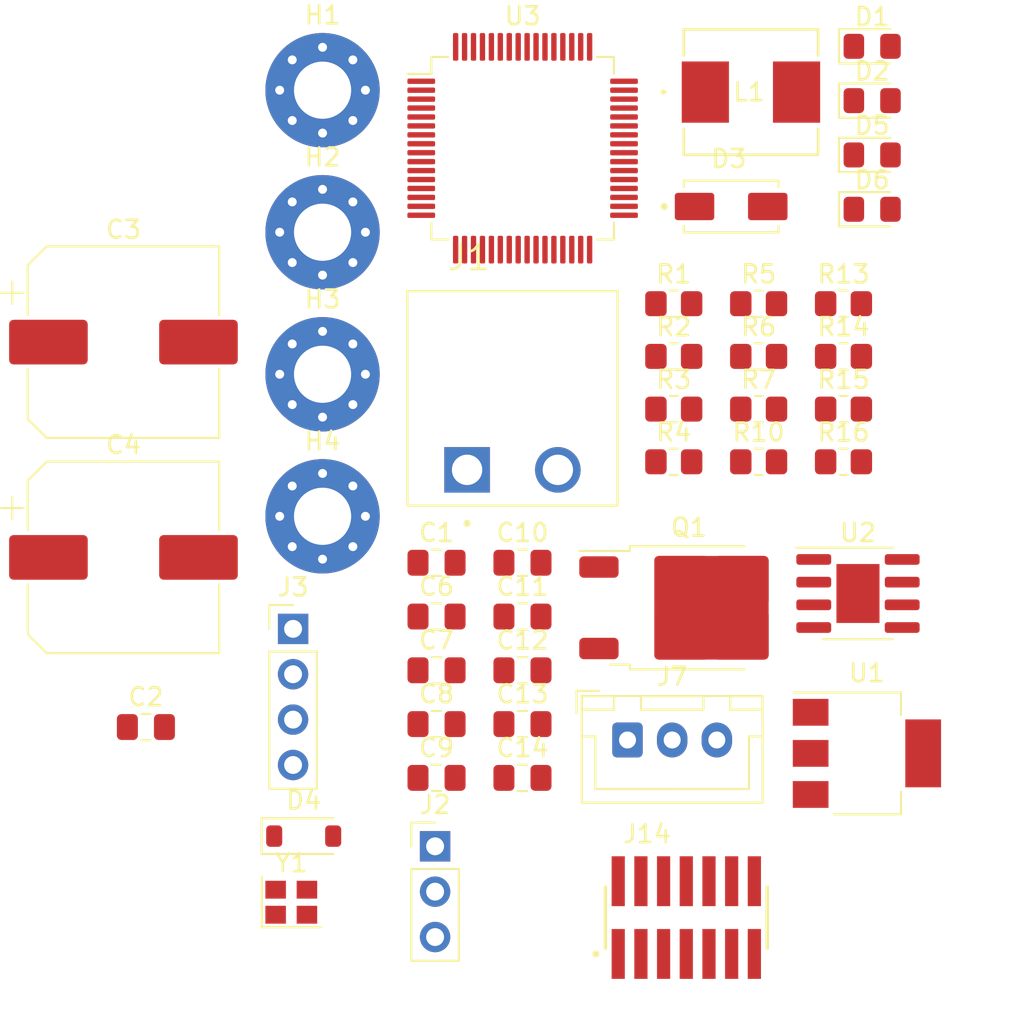
<source format=kicad_pcb>
(kicad_pcb (version 20221018) (generator pcbnew)
  (layers (0 "F.Cu" signal) (31 "B.Cu" signal) (34 "B.Paste" user) (35 "F.Paste" user) (36 "B.SilkS" user "B.Silkscreen") (37 "F.SilkS" user "F.Silkscreen") (38 "B.Mask" user) (39 "F.Mask" user) (44 "Edge.Cuts" user))
  (net 0 "")
  (net 1 "Net-(U2-BOOT)")
  (net 2 "Net-(D3-A)")
  (net 3 "+BATT")
  (net 4 "GND")
  (net 5 "+5V")
  (net 6 "+3.3V")
  (net 7 "Net-(C13-Pad2)")
  (net 8 "Net-(C14-Pad1)")
  (net 9 "Net-(D1-K)")
  (net 10 "Net-(D2-K)")
  (net 11 "Net-(D4-K)")
  (net 12 "Net-(D5-K)")
  (net 13 "Net-(D5-A)")
  (net 14 "Net-(D6-K)")
  (net 15 "Net-(D6-A)")
  (net 16 "/InputVoltage")
  (net 17 "Tx")
  (net 18 "Rx")
  (net 19 "SWCLK")
  (net 20 "SWDIO")
  (net 21 "RST")
  (net 22 "/I2C_CLK")
  (net 23 "/I2C_SDA")
  (net 26 "Net-(U2-FB)")
  (net 27 "Net-(U1-ADJ)")
  (net 28 "Net-(U3-BOOT0)")
  (net 29 "Net-(U3-PH0)")
  (net 30 "Net-(U3-PH1)")
  (net 72 "Net-(U3-VCAP1)")
  (footprint "Capacitor_SMD:C_0805_2012Metric_Pad1.18x1.45mm_HandSolder" (layer "F.Cu") (at 91.16 61.925)
    (fp_text reference "C10" (at 0 -1.68) (layer "F.SilkS"))
    (fp_text value "4.7uF")
    (fp_line (start -0.261252 -0.735) (end 0.261252 -0.735) (stroke (width 0.12)) (layer "F.SilkS"))
    (fp_line (start -0.261252 0.735) (end 0.261252 0.735) (stroke (width 0.12)) (layer "F.SilkS"))
    (pad "1" smd roundrect (at -1.0375 0) (size 1.175 1.45) (layers "F.Cu" "F.Paste" "F.Mask") (roundrect_rratio 0.212766) (net 72 "Net-(U3-VCAP1)"))
    (pad "2" smd roundrect (at 1.0375 0) (size 1.175 1.45) (layers "F.Cu" "F.Paste" "F.Mask") (roundrect_rratio 0.212766) (net 4 "GND"))
  )
  (footprint "MountingHole:MountingHole_3.2mm_M3_Pad_Via" (layer "F.Cu") (at 79.97 35.475)
    (fp_text reference "H1" (at 0 -4.2) (layer "F.SilkS"))
    (fp_text value "MountingHole_Pad")
    (pad "1" thru_hole circle (at -2.4 0) (size 0.8 0.8) (drill 0.5) (layers "*.Cu" "*.Mask") (net 4 "GND"))
    (pad "1" thru_hole circle (at -1.697056 -1.697056) (size 0.8 0.8) (drill 0.5) (layers "*.Cu" "*.Mask") (net 4 "GND"))
    (pad "1" thru_hole circle (at -1.697056 1.697056) (size 0.8 0.8) (drill 0.5) (layers "*.Cu" "*.Mask") (net 4 "GND"))
    (pad "1" thru_hole circle (at 0 -2.4) (size 0.8 0.8) (drill 0.5) (layers "*.Cu" "*.Mask") (net 4 "GND"))
    (pad "1" thru_hole circle (at 0 0) (size 6.4 6.4) (drill 3.2) (layers "*.Cu" "*.Mask") (net 4 "GND"))
    (pad "1" thru_hole circle (at 0 2.4) (size 0.8 0.8) (drill 0.5) (layers "*.Cu" "*.Mask") (net 4 "GND"))
    (pad "1" thru_hole circle (at 1.697056 -1.697056) (size 0.8 0.8) (drill 0.5) (layers "*.Cu" "*.Mask") (net 4 "GND"))
    (pad "1" thru_hole circle (at 1.697056 1.697056) (size 0.8 0.8) (drill 0.5) (layers "*.Cu" "*.Mask") (net 4 "GND"))
    (pad "1" thru_hole circle (at 2.4 0) (size 0.8 0.8) (drill 0.5) (layers "*.Cu" "*.Mask") (net 4 "GND"))
  )
  (footprint "Capacitor_SMD:C_0805_2012Metric_Pad1.18x1.45mm_HandSolder" (layer "F.Cu") (at 86.35 73.965)
    (fp_text reference "C9" (at 0 -1.68) (layer "F.SilkS"))
    (fp_text value "100nF")
    (fp_line (start -0.261252 -0.735) (end 0.261252 -0.735) (stroke (width 0.12)) (layer "F.SilkS"))
    (fp_line (start -0.261252 0.735) (end 0.261252 0.735) (stroke (width 0.12)) (layer "F.SilkS"))
    (pad "1" smd roundrect (at -1.0375 0) (size 1.175 1.45) (layers "F.Cu" "F.Paste" "F.Mask") (roundrect_rratio 0.212766) (net 6 "+3.3V"))
    (pad "2" smd roundrect (at 1.0375 0) (size 1.175 1.45) (layers "F.Cu" "F.Paste" "F.Mask") (roundrect_rratio 0.212766) (net 4 "GND"))
  )
  (footprint "Capacitor_SMD:C_0805_2012Metric_Pad1.18x1.45mm_HandSolder" (layer "F.Cu") (at 86.35 61.925)
    (fp_text reference "C1" (at 0 -1.68) (layer "F.SilkS"))
    (fp_text value "100nF")
    (fp_line (start -0.261252 -0.735) (end 0.261252 -0.735) (stroke (width 0.12)) (layer "F.SilkS"))
    (fp_line (start -0.261252 0.735) (end 0.261252 0.735) (stroke (width 0.12)) (layer "F.SilkS"))
    (pad "1" smd roundrect (at -1.0375 0) (size 1.175 1.45) (layers "F.Cu" "F.Paste" "F.Mask") (roundrect_rratio 0.212766) (net 1 "Net-(U2-BOOT)"))
    (pad "2" smd roundrect (at 1.0375 0) (size 1.175 1.45) (layers "F.Cu" "F.Paste" "F.Mask") (roundrect_rratio 0.212766) (net 2 "Net-(D3-A)"))
  )
  (footprint "MountingHole:MountingHole_3.2mm_M3_Pad_Via" (layer "F.Cu") (at 79.97 43.425)
    (fp_text reference "H2" (at 0 -4.2) (layer "F.SilkS"))
    (fp_text value "MountingHole_Pad")
    (pad "1" thru_hole circle (at -2.4 0) (size 0.8 0.8) (drill 0.5) (layers "*.Cu" "*.Mask") (net 4 "GND"))
    (pad "1" thru_hole circle (at -1.697056 -1.697056) (size 0.8 0.8) (drill 0.5) (layers "*.Cu" "*.Mask") (net 4 "GND"))
    (pad "1" thru_hole circle (at -1.697056 1.697056) (size 0.8 0.8) (drill 0.5) (layers "*.Cu" "*.Mask") (net 4 "GND"))
    (pad "1" thru_hole circle (at 0 -2.4) (size 0.8 0.8) (drill 0.5) (layers "*.Cu" "*.Mask") (net 4 "GND"))
    (pad "1" thru_hole circle (at 0 0) (size 6.4 6.4) (drill 3.2) (layers "*.Cu" "*.Mask") (net 4 "GND"))
    (pad "1" thru_hole circle (at 0 2.4) (size 0.8 0.8) (drill 0.5) (layers "*.Cu" "*.Mask") (net 4 "GND"))
    (pad "1" thru_hole circle (at 1.697056 -1.697056) (size 0.8 0.8) (drill 0.5) (layers "*.Cu" "*.Mask") (net 4 "GND"))
    (pad "1" thru_hole circle (at 1.697056 1.697056) (size 0.8 0.8) (drill 0.5) (layers "*.Cu" "*.Mask") (net 4 "GND"))
    (pad "1" thru_hole circle (at 2.4 0) (size 0.8 0.8) (drill 0.5) (layers "*.Cu" "*.Mask") (net 4 "GND"))
  )
  (footprint "Resistor_SMD:R_0805_2012Metric_Pad1.20x1.40mm_HandSolder" (layer "F.Cu") (at 104.38 47.425)
    (fp_text reference "R5" (at 0 -1.65) (layer "F.SilkS"))
    (fp_text value "220")
    (fp_line (start -0.227064 -0.735) (end 0.227064 -0.735) (stroke (width 0.12)) (layer "F.SilkS"))
    (fp_line (start -0.227064 0.735) (end 0.227064 0.735) (stroke (width 0.12)) (layer "F.SilkS"))
    (pad "1" smd roundrect (at -1 0) (size 1.2 1.4) (layers "F.Cu" "F.Paste" "F.Mask") (roundrect_rratio 0.208333) (net 9 "Net-(D1-K)"))
    (pad "2" smd roundrect (at 1 0) (size 1.2 1.4) (layers "F.Cu" "F.Paste" "F.Mask") (roundrect_rratio 0.208333) (net 4 "GND"))
  )
  (footprint "Connector_PinHeader_2.54mm:PinHeader_1x04_P2.54mm_Vertical" (layer "F.Cu") (at 78.32 65.625)
    (fp_text reference "J3" (at 0 -2.33) (layer "F.SilkS"))
    (fp_text value "Conn_01x04")
    (fp_line (start -1.33 -1.33) (end 0 -1.33) (stroke (width 0.12)) (layer "F.SilkS"))
    (fp_line (start -1.33 0) (end -1.33 -1.33) (stroke (width 0.12)) (layer "F.SilkS"))
    (fp_line (start -1.33 1.27) (end -1.33 8.95) (stroke (width 0.12)) (layer "F.SilkS"))
    (fp_line (start -1.33 1.27) (end 1.33 1.27) (stroke (width 0.12)) (layer "F.SilkS"))
    (fp_line (start -1.33 8.95) (end 1.33 8.95) (stroke (width 0.12)) (layer "F.SilkS"))
    (fp_line (start 1.33 1.27) (end 1.33 8.95) (stroke (width 0.12)) (layer "F.SilkS"))
    (pad "1" thru_hole rect (at 0 0) (size 1.7 1.7) (drill 1) (layers "*.Cu" "*.Mask") (net 19 "SWCLK"))
    (pad "2" thru_hole oval (at 0 2.54) (size 1.7 1.7) (drill 1) (layers "*.Cu" "*.Mask") (net 4 "GND"))
    (pad "3" thru_hole oval (at 0 5.08) (size 1.7 1.7) (drill 1) (layers "*.Cu" "*.Mask") (net 20 "SWDIO"))
    (pad "4" thru_hole oval (at 0 7.62) (size 1.7 1.7) (drill 1) (layers "*.Cu" "*.Mask") (net 21 "RST"))
  )
  (footprint "Resistor_SMD:R_0805_2012Metric_Pad1.20x1.40mm_HandSolder" (layer "F.Cu") (at 99.63 50.375)
    (fp_text reference "R2" (at 0 -1.65) (layer "F.SilkS"))
    (fp_text value "56k")
    (fp_line (start -0.227064 -0.735) (end 0.227064 -0.735) (stroke (width 0.12)) (layer "F.SilkS"))
    (fp_line (start -0.227064 0.735) (end 0.227064 0.735) (stroke (width 0.12)) (layer "F.SilkS"))
    (pad "1" smd roundrect (at -1 0) (size 1.2 1.4) (layers "F.Cu" "F.Paste" "F.Mask") (roundrect_rratio 0.208333) (net 5 "+5V"))
    (pad "2" smd roundrect (at 1 0) (size 1.2 1.4) (layers "F.Cu" "F.Paste" "F.Mask") (roundrect_rratio 0.208333) (net 26 "Net-(U2-FB)"))
  )
  (footprint "Crystal:Crystal_SMD_2520-4Pin_2.5x2.0mm" (layer "F.Cu") (at 78.22 80.925)
    (fp_text reference "Y1" (at 0 -2.2) (layer "F.SilkS"))
    (fp_text value "Crystal_GND24")
    (fp_line (start -1.65 -1.4) (end -1.65 1.4) (stroke (width 0.12)) (layer "F.SilkS"))
    (fp_line (start -1.65 1.4) (end 1.65 1.4) (stroke (width 0.12)) (layer "F.SilkS"))
    (pad "1" smd rect (at -0.875 0.7) (size 1.15 1) (layers "F.Cu" "F.Paste" "F.Mask") (net 8 "Net-(C14-Pad1)"))
    (pad "2" smd rect (at 0.875 0.7) (size 1.15 1) (layers "F.Cu" "F.Paste" "F.Mask") (net 4 "GND"))
    (pad "3" smd rect (at 0.875 -0.7) (size 1.15 1) (layers "F.Cu" "F.Paste" "F.Mask") (net 7 "Net-(C13-Pad2)"))
    (pad "4" smd rect (at -0.875 -0.7) (size 1.15 1) (layers "F.Cu" "F.Paste" "F.Mask") (net 4 "GND"))
  )
  (footprint "Package_SO:SOIC-8-1EP_3.9x4.9mm_P1.27mm_EP2.41x3.3mm" (layer "F.Cu") (at 109.94 63.645)
    (fp_text reference "U2" (at 0 -3.4) (layer "F.SilkS"))
    (fp_text value "LMR16020PDDA")
    (fp_line (start 0 -2.56) (end -3.45 -2.56) (stroke (width 0.12)) (layer "F.SilkS"))
    (fp_line (start 0 -2.56) (end 1.95 -2.56) (stroke (width 0.12)) (layer "F.SilkS"))
    (fp_line (start 0 2.56) (end -1.95 2.56) (stroke (width 0.12)) (layer "F.SilkS"))
    (fp_line (start 0 2.56) (end 1.95 2.56) (stroke (width 0.12)) (layer "F.SilkS"))
    (pad "1" smd roundrect (at -2.475 -1.905) (size 1.95 0.6) (layers "F.Cu" "F.Paste" "F.Mask") (net 1 "Net-(U2-BOOT)"))
    (pad "2" smd roundrect (at -2.475 -0.635) (size 1.95 0.6) (layers "F.Cu" "F.Paste" "F.Mask") (net 3 "+BATT"))
    (pad "3" smd roundrect (at -2.475 0.635) (size 1.95 0.6) (layers "F.Cu" "F.Paste" "F.Mask") (net 3 "+BATT"))
    (pad "4" smd roundrect (at -2.475 1.905) (size 1.95 0.6) (layers "F.Cu" "F.Paste" "F.Mask") (net 4 "GND"))
    (pad "5" smd roundrect (at 2.475 1.905) (size 1.95 0.6) (layers "F.Cu" "F.Paste" "F.Mask") (net 26 "Net-(U2-FB)"))
    (pad "6" smd roundrect (at 2.475 0.635) (size 1.95 0.6) (layers "F.Cu" "F.Paste" "F.Mask"))
    (pad "7" smd roundrect (at 2.475 -0.635) (size 1.95 0.6) (layers "F.Cu" "F.Paste" "F.Mask") (net 4 "GND"))
    (pad "8" smd roundrect (at 2.475 -1.905) (size 1.95 0.6) (layers "F.Cu" "F.Paste" "F.Mask") (net 2 "Net-(D3-A)"))
    (pad "9" smd rect (at 0 0) (size 2.41 3.3) (layers "F.Cu" "F.Mask") (net 4 "GND"))
  )
  (footprint "Package_TO_SOT_SMD:SOT-223-3_TabPin2" (layer "F.Cu") (at 110.44 72.595)
    (fp_text reference "U1" (at 0 -4.5) (layer "F.SilkS"))
    (fp_text value "LM317_SOT-223")
    (fp_line (start -4.1 -3.41) (end 1.91 -3.41) (stroke (width 0.12)) (layer "F.SilkS"))
    (fp_line (start -1.85 3.41) (end 1.91 3.41) (stroke (width 0.12)) (layer "F.SilkS"))
    (fp_line (start 1.91 -3.41) (end 1.91 -2.15) (stroke (width 0.12)) (layer "F.SilkS"))
    (fp_line (start 1.91 3.41) (end 1.91 2.15) (stroke (width 0.12)) (layer "F.SilkS"))
    (pad "1" smd rect (at -3.15 -2.3) (size 2 1.5) (layers "F.Cu" "F.Paste" "F.Mask") (net 27 "Net-(U1-ADJ)"))
    (pad "2" smd rect (at -3.15 0) (size 2 1.5) (layers "F.Cu" "F.Paste" "F.Mask") (net 6 "+3.3V"))
    (pad "2" smd rect (at 3.15 0) (size 2 3.8) (layers "F.Cu" "F.Paste" "F.Mask") (net 6 "+3.3V"))
    (pad "3" smd rect (at -3.15 2.3) (size 2 1.5) (layers "F.Cu" "F.Paste" "F.Mask") (net 5 "+5V"))
  )
  (footprint "LED_SMD:LED_0805_2012Metric_Pad1.15x1.40mm_HandSolder" (layer "F.Cu") (at 110.735 36.06)
    (fp_text reference "D2" (at 0 -1.65) (layer "F.SilkS"))
    (fp_text value "LED")
    (fp_line (start -1.86 -0.96) (end -1.86 0.96) (stroke (width 0.12)) (layer "F.SilkS"))
    (fp_line (start -1.86 0.96) (end 1 0.96) (stroke (width 0.12)) (layer "F.SilkS"))
    (fp_line (start 1 -0.96) (end -1.86 -0.96) (stroke (width 0.12)) (layer "F.SilkS"))
    (pad "1" smd roundrect (at -1.025 0) (size 1.15 1.4) (layers "F.Cu" "F.Paste" "F.Mask") (roundrect_rratio 0.217391) (net 10 "Net-(D2-K)"))
    (pad "2" smd roundrect (at 1.025 0) (size 1.15 1.4) (layers "F.Cu" "F.Paste" "F.Mask") (roundrect_rratio 0.217391) (net 6 "+3.3V"))
  )
  (footprint "Connector_JST:JST_XH_B3B-XH-A_1x03_P2.50mm_Vertical" (layer "F.Cu") (at 97.04 71.845)
    (fp_text reference "J7" (at 2.5 -3.55) (layer "F.SilkS"))
    (fp_text value "Conn_01x03")
    (fp_line (start -2.85 -2.75) (end -2.85 -1.5) (stroke (width 0.12)) (layer "F.SilkS"))
    (fp_line (start -2.56 -2.46) (end -2.56 3.51) (stroke (width 0.12)) (layer "F.SilkS"))
    (fp_line (start -2.56 3.51) (end 7.56 3.51) (stroke (width 0.12)) (layer "F.SilkS"))
    (fp_line (start -2.55 -2.45) (end -2.55 -1.7) (stroke (width 0.12)) (layer "F.SilkS"))
    (fp_line (start -2.55 -1.7) (end -0.75 -1.7) (stroke (width 0.12)) (layer "F.SilkS"))
    (fp_line (start -2.55 -0.2) (end -1.8 -0.2) (stroke (width 0.12)) (layer "F.SilkS"))
    (fp_line (start -1.8 -0.2) (end -1.8 2.75) (stroke (width 0.12)) (layer "F.SilkS"))
    (fp_line (start -1.8 2.75) (end 2.5 2.75) (stroke (width 0.12)) (layer "F.SilkS"))
    (fp_line (start -1.6 -2.75) (end -2.85 -2.75) (stroke (width 0.12)) (layer "F.SilkS"))
    (fp_line (start -0.75 -2.45) (end -2.55 -2.45) (stroke (width 0.12)) (layer "F.SilkS"))
    (fp_line (start -0.75 -1.7) (end -0.75 -2.45) (stroke (width 0.12)) (layer "F.SilkS"))
    (fp_line (start 0.75 -2.45) (end 0.75 -1.7) (stroke (width 0.12)) (layer "F.SilkS"))
    (fp_line (start 0.75 -1.7) (end 4.25 -1.7) (stroke (width 0.12)) (layer "F.SilkS"))
    (fp_line (start 4.25 -2.45) (end 0.75 -2.45) (stroke (width 0.12)) (layer "F.SilkS"))
    (fp_line (start 4.25 -1.7) (end 4.25 -2.45) (stroke (width 0.12)) (layer "F.SilkS"))
    (fp_line (start 5.75 -2.45) (end 5.75 -1.7) (stroke (width 0.12)) (layer "F.SilkS"))
    (fp_line (start 5.75 -1.7) (end 7.55 -1.7) (stroke (width 0.12)) (layer "F.SilkS"))
    (fp_line (start 6.8 -0.2) (end 6.8 2.75) (stroke (width 0.12)) (layer "F.SilkS"))
    (fp_line (start 6.8 2.75) (end 2.5 2.75) (stroke (width 0.12)) (layer "F.SilkS"))
    (fp_line (start 7.55 -2.45) (end 5.75 -2.45) (stroke (width 0.12)) (layer "F.SilkS"))
    (fp_line (start 7.55 -1.7) (end 7.55 -2.45) (stroke (width 0.12)) (layer "F.SilkS"))
    (fp_line (start 7.55 -0.2) (end 6.8 -0.2) (stroke (width 0.12)) (layer "F.SilkS"))
    (fp_line (start 7.56 -2.46) (end -2.56 -2.46) (stroke (width 0.12)) (layer "F.SilkS"))
    (fp_line (start 7.56 3.51) (end 7.56 -2.46) (stroke (width 0.12)) (layer "F.SilkS"))
    (pad "1" thru_hole roundrect (at 0 0) (size 1.7 1.95) (drill 0.95) (layers "*.Cu" "*.Mask") (roundrect_rratio 0.147059) (net 22 "/I2C_CLK"))
    (pad "2" thru_hole oval (at 2.5 0) (size 1.7 1.95) (drill 0.95) (layers "*.Cu" "*.Mask") (net 23 "/I2C_SDA"))
    (pad "3" thru_hole oval (at 5 0) (size 1.7 1.95) (drill 0.95) (layers "*.Cu" "*.Mask") (net 4 "GND"))
  )
  (footprint "IHLP2525CZER100M01:IND_IHLP_2525_CZ-M" (layer "F.Cu") (at 103.9496 35.5814)
    (fp_text reference "L1" (at -0.1016 0) (layer "F.SilkS"))
    (fp_text value "10uH")
    (fp_line (start -3.7592 -3.5052) (end -3.7592 -2.0574) (stroke (width 0.1524)) (layer "F.SilkS"))
    (fp_line (start -3.7592 2.0574) (end -3.7592 3.5052) (stroke (width 0.1524)) (layer "F.SilkS"))
    (fp_line (start -3.7592 3.5052) (end 3.7592 3.5052) (stroke (width 0.1524)) (layer "F.SilkS"))
    (fp_line (start 3.7592 -3.5052) (end -3.7592 -3.5052) (stroke (width 0.1524)) (layer "F.SilkS"))
    (fp_line (start 3.7592 -2.0574) (end 3.7592 -3.5052) (stroke (width 0.1524)) (layer "F.SilkS"))
    (fp_line (start 3.7592 3.5052) (end 3.7592 2.0574) (stroke (width 0.1524)) (layer "F.SilkS"))
    (fp_arc (start -4.9784 0) (mid -4.9022 -0.0762) (end -4.826 0) (stroke (width 0.1524)) (layer "F.SilkS"))
    (fp_arc (start -4.826 0) (mid -4.9022 0.0762) (end -4.9784 0) (stroke (width 0.1524)) (layer "F.SilkS"))
    (pad "1" smd rect (at -2.5527 0 90) (size 3.429 2.6416) (layers "F.Cu" "F.Paste" "F.Mask") (net 2 "Net-(D3-A)"))
    (pad "2" smd rect (at 2.5527 0 90) (size 3.429 2.6416) (layers "F.Cu" "F.Paste" "F.Mask") (net 5 "+5V"))
  )
  (footprint "Capacitor_SMD:C_0805_2012Metric_Pad1.18x1.45mm_HandSolder" (layer "F.Cu") (at 91.16 70.955)
    (fp_text reference "C13" (at 0 -1.68) (layer "F.SilkS"))
    (fp_text value "10pF")
    (fp_line (start -0.261252 -0.735) (end 0.261252 -0.735) (stroke (width 0.12)) (layer "F.SilkS"))
    (fp_line (start -0.261252 0.735) (end 0.261252 0.735) (stroke (width 0.12)) (layer "F.SilkS"))
    (pad "1" smd roundrect (at -1.0375 0) (size 1.175 1.45) (layers "F.Cu" "F.Paste" "F.Mask") (roundrect_rratio 0.212766) (net 4 "GND"))
    (pad "2" smd roundrect (at 1.0375 0) (size 1.175 1.45) (layers "F.Cu" "F.Paste" "F.Mask") (roundrect_rratio 0.212766) (net 7 "Net-(C13-Pad2)"))
  )
  (footprint "Capacitor_SMD:C_0805_2012Metric_Pad1.18x1.45mm_HandSolder" (layer "F.Cu") (at 86.35 70.955)
    (fp_text reference "C8" (at 0 -1.68) (layer "F.SilkS"))
    (fp_text value "100nF")
    (fp_line (start -0.261252 -0.735) (end 0.261252 -0.735) (stroke (width 0.12)) (layer "F.SilkS"))
    (fp_line (start -0.261252 0.735) (end 0.261252 0.735) (stroke (width 0.12)) (layer "F.SilkS"))
    (pad "1" smd roundrect (at -1.0375 0) (size 1.175 1.45) (layers "F.Cu" "F.Paste" "F.Mask") (roundrect_rratio 0.212766) (net 6 "+3.3V"))
    (pad "2" smd roundrect (at 1.0375 0) (size 1.175 1.45) (layers "F.Cu" "F.Paste" "F.Mask") (roundrect_rratio 0.212766) (net 4 "GND"))
  )
  (footprint "MountingHole:MountingHole_3.2mm_M3_Pad_Via" (layer "F.Cu") (at 79.97 59.325)
    (fp_text reference "H4" (at 0 -4.2) (layer "F.SilkS"))
    (fp_text value "MountingHole_Pad")
    (pad "1" thru_hole circle (at -2.4 0) (size 0.8 0.8) (drill 0.5) (layers "*.Cu" "*.Mask") (net 4 "GND"))
    (pad "1" thru_hole circle (at -1.697056 -1.697056) (size 0.8 0.8) (drill 0.5) (layers "*.Cu" "*.Mask") (net 4 "GND"))
    (pad "1" thru_hole circle (at -1.697056 1.697056) (size 0.8 0.8) (drill 0.5) (layers "*.Cu" "*.Mask") (net 4 "GND"))
    (pad "1" thru_hole circle (at 0 -2.4) (size 0.8 0.8) (drill 0.5) (layers "*.Cu" "*.Mask") (net 4 "GND"))
    (pad "1" thru_hole circle (at 0 0) (size 6.4 6.4) (drill 3.2) (layers "*.Cu" "*.Mask") (net 4 "GND"))
    (pad "1" thru_hole circle (at 0 2.4) (size 0.8 0.8) (drill 0.5) (layers "*.Cu" "*.Mask") (net 4 "GND"))
    (pad "1" thru_hole circle (at 1.697056 -1.697056) (size 0.8 0.8) (drill 0.5) (layers "*.Cu" "*.Mask") (net 4 "GND"))
    (pad "1" thru_hole circle (at 1.697056 1.697056) (size 0.8 0.8) (drill 0.5) (layers "*.Cu" "*.Mask") (net 4 "GND"))
    (pad "1" thru_hole circle (at 2.4 0) (size 0.8 0.8) (drill 0.5) (layers "*.Cu" "*.Mask") (net 4 "GND"))
  )
  (footprint "Capacitor_SMD:C_0805_2012Metric_Pad1.18x1.45mm_HandSolder" (layer "F.Cu") (at 91.16 73.965)
    (fp_text reference "C14" (at 0 -1.68) (layer "F.SilkS"))
    (fp_text value "10pF")
    (fp_line (start -0.261252 -0.735) (end 0.261252 -0.735) (stroke (width 0.12)) (layer "F.SilkS"))
    (fp_line (start -0.261252 0.735) (end 0.261252 0.735) (stroke (width 0.12)) (layer "F.SilkS"))
    (pad "1" smd roundrect (at -1.0375 0) (size 1.175 1.45) (layers "F.Cu" "F.Paste" "F.Mask") (roundrect_rratio 0.212766) (net 8 "Net-(C14-Pad1)"))
    (pad "2" smd roundrect (at 1.0375 0) (size 1.175 1.45) (layers "F.Cu" "F.Paste" "F.Mask") (roundrect_rratio 0.212766) (net 4 "GND"))
  )
  (footprint "Capacitor_SMD:C_0805_2012Metric_Pad1.18x1.45mm_HandSolder" (layer "F.Cu") (at 86.35 67.945)
    (fp_text reference "C7" (at 0 -1.68) (layer "F.SilkS"))
    (fp_text value "100nF")
    (fp_line (start -0.261252 -0.735) (end 0.261252 -0.735) (stroke (width 0.12)) (layer "F.SilkS"))
    (fp_line (start -0.261252 0.735) (end 0.261252 0.735) (stroke (width 0.12)) (layer "F.SilkS"))
    (pad "1" smd roundrect (at -1.0375 0) (size 1.175 1.45) (layers "F.Cu" "F.Paste" "F.Mask") (roundrect_rratio 0.212766) (net 6 "+3.3V"))
    (pad "2" smd roundrect (at 1.0375 0) (size 1.175 1.45) (layers "F.Cu" "F.Paste" "F.Mask") (roundrect_rratio 0.212766) (net 4 "GND"))
  )
  (footprint "B170B:DIOM505270X240" (layer "F.Cu") (at 102.841 41.985)
    (fp_text reference "D3" (at -0.127235 -2.671685) (layer "F.SilkS") (effects (font (size 1.001756 1.001756))))
    (fp_text value "DIODE")
    (fp_line (start -2.65 -1.45) (end 2.65 -1.45) (stroke (width 0.127)) (layer "F.SilkS"))
    (fp_line (start -2.65 -1.1) (end -2.65 -1.45) (stroke (width 0.127)) (layer "F.SilkS"))
    (fp_line (start -2.65 1.1) (end -2.65 1.45) (stroke (width 0.127)) (layer "F.SilkS"))
    (fp_line (start -2.65 1.45) (end 2.65 1.45) (stroke (width 0.127)) (layer "F.SilkS"))
    (fp_line (start 2.65 -1.45) (end 2.65 -1.1) (stroke (width 0.127)) (layer "F.SilkS"))
    (fp_line (start 2.65 1.45) (end 2.65 1.1) (stroke (width 0.127)) (layer "F.SilkS"))
    (fp_circle (center -3.746 0) (end -3.646 0) (stroke (width 0.2)) (fill none) (layer "F.SilkS"))
    (pad "1" smd roundrect (at 2.05 0) (size 2.21 1.53) (layers "F.Cu" "F.Paste" "F.Mask") (roundrect_rratio 0.11) (net 4 "GND"))
    (pad "2" smd roundrect (at -2.05 0) (size 2.21 1.53) (layers "F.Cu" "F.Paste" "F.Mask") (roundrect_rratio 0.11) (net 2 "Net-(D3-A)"))
  )
  (footprint "MountingHole:MountingHole_3.2mm_M3_Pad_Via" (layer "F.Cu") (at 79.97 51.375)
    (fp_text reference "H3" (at 0 -4.2) (layer "F.SilkS"))
    (fp_text value "MountingHole_Pad")
    (pad "1" thru_hole circle (at -2.4 0) (size 0.8 0.8) (drill 0.5) (layers "*.Cu" "*.Mask") (net 4 "GND"))
    (pad "1" thru_hole circle (at -1.697056 -1.697056) (size 0.8 0.8) (drill 0.5) (layers "*.Cu" "*.Mask") (net 4 "GND"))
    (pad "1" thru_hole circle (at -1.697056 1.697056) (size 0.8 0.8) (drill 0.5) (layers "*.Cu" "*.Mask") (net 4 "GND"))
    (pad "1" thru_hole circle (at 0 -2.4) (size 0.8 0.8) (drill 0.5) (layers "*.Cu" "*.Mask") (net 4 "GND"))
    (pad "1" thru_hole circle (at 0 0) (size 6.4 6.4) (drill 3.2) (layers "*.Cu" "*.Mask") (net 4 "GND"))
    (pad "1" thru_hole circle (at 0 2.4) (size 0.8 0.8) (drill 0.5) (layers "*.Cu" "*.Mask") (net 4 "GND"))
    (pad "1" thru_hole circle (at 1.697056 -1.697056) (size 0.8 0.8) (drill 0.5) (layers "*.Cu" "*.Mask") (net 4 "GND"))
    (pad "1" thru_hole circle (at 1.697056 1.697056) (size 0.8 0.8) (drill 0.5) (layers "*.Cu" "*.Mask") (net 4 "GND"))
    (pad "1" thru_hole circle (at 2.4 0) (size 0.8 0.8) (drill 0.5) (layers "*.Cu" "*.Mask") (net 4 "GND"))
  )
  (footprint "Resistor_SMD:R_0805_2012Metric_Pad1.20x1.40mm_HandSolder" (layer "F.Cu") (at 99.63 53.325)
    (fp_text reference "R3" (at 0 -1.65) (layer "F.SilkS"))
    (fp_text value "10k")
    (fp_line (start -0.227064 -0.735) (end 0.227064 -0.735) (stroke (width 0.12)) (layer "F.SilkS"))
    (fp_line (start -0.227064 0.735) (end 0.227064 0.735) (stroke (width 0.12)) (layer "F.SilkS"))
    (pad "1" smd roundrect (at -1 0) (size 1.2 1.4) (layers "F.Cu" "F.Paste" "F.Mask") (roundrect_rratio 0.208333) (net 26 "Net-(U2-FB)"))
    (pad "2" smd roundrect (at 1 0) (size 1.2 1.4) (layers "F.Cu" "F.Paste" "F.Mask") (roundrect_rratio 0.208333) (net 4 "GND"))
  )
  (footprint "TerminalBlockBend:CUI_TBP01R1-508-02BE" (layer "F.Cu") (at 88.06 56.725)
    (fp_text reference "J1" (at 0.105 -11.889) (layer "F.SilkS") (effects (font (size 1.4 1.4))))
    (fp_text value "Connecteur batterie")
    (fp_line (start -3.34 -10) (end 8.42 -10) (stroke (width 0.127)) (layer "F.SilkS"))
    (fp_line (start -3.34 2) (end -3.34 -10) (stroke (width 0.127)) (layer "F.SilkS"))
    (fp_line (start 8.42 -10) (end 8.42 2) (stroke (width 0.127)) (layer "F.SilkS"))
    (fp_line (start 8.42 2) (end -3.34 2) (stroke (width 0.127)) (layer "F.SilkS"))
    (fp_circle (center 0 3) (end 0.1 3) (stroke (width 0.2)) (fill none) (layer "F.SilkS"))
    (pad "1" thru_hole rect (at 0 0) (size 2.55 2.55) (drill 1.7) (layers "*.Cu" "*.Mask") (net 3 "+BATT"))
    (pad "2" thru_hole circle (at 5.08 0) (size 2.55 2.55) (drill 1.7) (layers "*.Cu" "*.Mask") (net 16 "/InputVoltage"))
  )
  (footprint "Capacitor_SMD:C_0805_2012Metric_Pad1.18x1.45mm_HandSolder" (layer "F.Cu") (at 70.0825 71.12)
    (fp_text reference "C2" (at 0 -1.68) (layer "F.SilkS"))
    (fp_text value "10uF")
    (fp_line (start -0.261252 -0.735) (end 0.261252 -0.735) (stroke (width 0.12)) (layer "F.SilkS"))
    (fp_line (start -0.261252 0.735) (end 0.261252 0.735) (stroke (width 0.12)) (layer "F.SilkS"))
    (pad "1" smd roundrect (at -1.0375 0) (size 1.175 1.45) (layers "F.Cu" "F.Paste" "F.Mask") (roundrect_rratio 0.212766) (net 6 "+3.3V"))
    (pad "2" smd roundrect (at 1.0375 0) (size 1.175 1.45) (layers "F.Cu" "F.Paste" "F.Mask") (roundrect_rratio 0.212766) (net 4 "GND"))
  )
  (footprint "Resistor_SMD:R_0805_2012Metric_Pad1.20x1.40mm_HandSolder" (layer "F.Cu") (at 104.38 56.275)
    (fp_text reference "R10" (at 0 -1.65) (layer "F.SilkS"))
    (fp_text value "10k")
    (fp_line (start -0.227064 -0.735) (end 0.227064 -0.735) (stroke (width 0.12)) (layer "F.SilkS"))
    (fp_line (start -0.227064 0.735) (end 0.227064 0.735) (stroke (width 0.12)) (layer "F.SilkS"))
    (pad "1" smd roundrect (at -1 0) (size 1.2 1.4) (layers "F.Cu" "F.Paste" "F.Mask") (roundrect_rratio 0.208333) (net 4 "GND"))
    (pad "2" smd roundrect (at 1 0) (size 1.2 1.4) (layers "F.Cu" "F.Paste" "F.Mask") (roundrect_rratio 0.208333) (net 28 "Net-(U3-BOOT0)"))
  )
  (footprint "Capacitor_SMD:C_0805_2012Metric_Pad1.18x1.45mm_HandSolder" (layer "F.Cu") (at 91.16 64.935)
    (fp_text reference "C11" (at 0 -1.68) (layer "F.SilkS"))
    (fp_text value "10nF")
    (fp_line (start -0.261252 -0.735) (end 0.261252 -0.735) (stroke (width 0.12)) (layer "F.SilkS"))
    (fp_line (start -0.261252 0.735) (end 0.261252 0.735) (stroke (width 0.12)) (layer "F.SilkS"))
    (pad "1" smd roundrect (at -1.0375 0) (size 1.175 1.45) (layers "F.Cu" "F.Paste" "F.Mask") (roundrect_rratio 0.212766) (net 6 "+3.3V"))
    (pad "2" smd roundrect (at 1.0375 0) (size 1.175 1.45) (layers "F.Cu" "F.Paste" "F.Mask") (roundrect_rratio 0.212766) (net 4 "GND"))
  )
  (footprint "Package_TO_SOT_SMD:TO-252-2" (layer "F.Cu") (at 100.48 64.445)
    (fp_text reference "Q1" (at 0 -4.5) (layer "F.SilkS"))
    (fp_text value "Q_NMOS_GDS")
    (fp_line (start -3.31 -3.45) (end -3.31 -3.18) (stroke (width 0.12)) (layer "F.SilkS"))
    (fp_line (start -3.31 -3.18) (end -6.14 -3.18) (stroke (width 0.12)) (layer "F.SilkS"))
    (fp_line (start -3.31 3.18) (end -4.41 3.18) (stroke (width 0.12)) (layer "F.SilkS"))
    (fp_line (start -3.31 3.45) (end -3.31 3.18) (stroke (width 0.12)) (layer "F.SilkS"))
    (fp_line (start 3.11 -3.45) (end -3.31 -3.45) (stroke (width 0.12)) (layer "F.SilkS"))
    (fp_line (start 3.11 3.45) (end -3.31 3.45) (stroke (width 0.12)) (layer "F.SilkS"))
    (pad "1" smd roundrect (at -5.04 -2.28) (size 2.2 1.2) (layers "F.Cu" "F.Paste" "F.Mask") (roundrect_rratio 0.208333) (net 11 "Net-(D4-K)"))
    (pad "2" smd roundrect (at -0.415 -1.525) (size 3.05 2.75) (layers "F.Cu" "F.Paste") (roundrect_rratio 0.090909) (net 16 "/InputVoltage"))
    (pad "2" smd roundrect (at -0.415 1.525) (size 3.05 2.75) (layers "F.Cu" "F.Paste") (roundrect_rratio 0.090909) (net 16 "/InputVoltage"))
    (pad "2" smd roundrect (at 1.26 0) (size 6.4 5.8) (layers "F.Cu" "F.Mask") (roundrect_rratio 0.043103) (net 16 "/InputVoltage"))
    (pad "2" smd roundrect (at 2.935 -1.525) (size 3.05 2.75) (layers "F.Cu" "F.Paste") (roundrect_rratio 0.090909) (net 16 "/InputVoltage"))
    (pad "2" smd roundrect (at 2.935 1.525) (size 3.05 2.75) (layers "F.Cu" "F.Paste") (roundrect_rratio 0.090909) (net 16 "/InputVoltage"))
    (pad "3" smd roundrect (at -5.04 2.28) (size 2.2 1.2) (layers "F.Cu" "F.Paste" "F.Mask") (roundrect_rratio 0.208333) (net 4 "GND"))
  )
  (footprint "LED_SMD:LED_0805_2012Metric_Pad1.15x1.40mm_HandSolder" (layer "F.Cu") (at 110.735 33.02)
    (fp_text reference "D1" (at 0 -1.65) (layer "F.SilkS"))
    (fp_text value "LED")
    (fp_line (start -1.86 -0.96) (end -1.86 0.96) (stroke (width 0.12)) (layer "F.SilkS"))
    (fp_line (start -1.86 0.96) (end 1 0.96) (stroke (width 0.12)) (layer "F.SilkS"))
    (fp_line (start 1 -0.96) (end -1.86 -0.96) (stroke (width 0.12)) (layer "F.SilkS"))
    (pad "1" smd roundrect (at -1.025 0) (size 1.15 1.4) (layers "F.Cu" "F.Paste" "F.Mask") (roundrect_rratio 0.217391) (net 9 "Net-(D1-K)"))
    (pad "2" smd roundrect (at 1.025 0) (size 1.15 1.4) (layers "F.Cu" "F.Paste" "F.Mask") (roundrect_rratio 0.217391) (net 5 "+5V"))
  )
  (footprint "Resistor_SMD:R_0805_2012Metric_Pad1.20x1.40mm_HandSolder" (layer "F.Cu") (at 109.13 56.275)
    (fp_text reference "R16" (at 0 -1.65) (layer "F.SilkS"))
    (fp_text value "220")
    (fp_line (start -0.227064 -0.735) (end 0.227064 -0.735) (stroke (width 0.12)) (layer "F.SilkS"))
    (fp_line (start -0.227064 0.735) (end 0.227064 0.735) (stroke (width 0.12)) (layer "F.SilkS"))
    (pad "1" smd roundrect (at -1 0) (size 1.2 1.4) (layers "F.Cu" "F.Paste" "F.Mask") (roundrect_rratio 0.208333) (net 14 "Net-(D6-K)"))
    (pad "2" smd roundrect (at 1 0) (size 1.2 1.4) (layers "F.Cu" "F.Paste" "F.Mask") (roundrect_rratio 0.208333) (net 4 "GND"))
  )
  (footprint "Resistor_SMD:R_0805_2012Metric_Pad1.20x1.40mm_HandSolder" (layer "F.Cu") (at 104.38 50.375)
    (fp_text reference "R6" (at 0 -1.65) (layer "F.SilkS"))
    (fp_text value "150")
    (fp_line (start -0.227064 -0.735) (end 0.227064 -0.735) (stroke (width 0.12)) (layer "F.SilkS"))
    (fp_line (start -0.227064 0.735) (end 0.227064 0.735) (stroke (width 0.12)) (layer "F.SilkS"))
    (pad "1" smd roundrect (at -1 0) (size 1.2 1.4) (layers "F.Cu" "F.Paste" "F.Mask") (roundrect_rratio 0.208333) (net 10 "Net-(D2-K)"))
    (pad "2" smd roundrect (at 1 0) (size 1.2 1.4) (layers "F.Cu" "F.Paste" "F.Mask") (roundrect_rratio 0.208333) (net 4 "GND"))
  )
  (footprint "Resistor_SMD:R_0805_2012Metric_Pad1.20x1.40mm_HandSolder" (layer "F.Cu") (at 109.13 47.425)
    (fp_text reference "R13" (at 0 -1.65) (layer "F.SilkS"))
    (fp_text value "10k")
    (fp_line (start -0.227064 -0.735) (end 0.227064 -0.735) (stroke (width 0.12)) (layer "F.SilkS"))
    (fp_line (start -0.227064 0.735) (end 0.227064 0.735) (stroke (width 0.12)) (layer "F.SilkS"))
    (pad "1" smd roundrect (at -1 0) (size 1.2 1.4) (layers "F.Cu" "F.Paste" "F.Mask") (roundrect_rratio 0.208333) (net 7 "Net-(C13-Pad2)"))
    (pad "2" smd roundrect (at 1 0) (size 1.2 1.4) (layers "F.Cu" "F.Paste" "F.Mask") (roundrect_rratio 0.208333) (net 29 "Net-(U3-PH0)"))
  )
  (footprint "LED_SMD:LED_0805_2012Metric_Pad1.15x1.40mm_HandSolder" (layer "F.Cu") (at 110.735 39.1)
    (fp_text reference "D5" (at 0 -1.65) (layer "F.SilkS"))
    (fp_text value "LED")
    (fp_line (start -1.86 -0.96) (end -1.86 0.96) (stroke (width 0.12)) (layer "F.SilkS"))
    (fp_line (start -1.86 0.96) (end 1 0.96) (stroke (width 0.12)) (layer "F.SilkS"))
    (fp_line (start 1 -0.96) (end -1.86 -0.96) (stroke (width 0.12)) (layer "F.SilkS"))
    (pad "1" smd roundrect (at -1.025 0) (size 1.15 1.4) (layers "F.Cu" "F.Paste" "F.Mask") (roundrect_rratio 0.217391) (net 12 "Net-(D5-K)"))
    (pad "2" smd roundrect (at 1.025 0) (size 1.15 1.4) (layers "F.Cu" "F.Paste" "F.Mask") (roundrect_rratio 0.217391) (net 13 "Net-(D5-A)"))
  )
  (footprint "Resistor_SMD:R_0805_2012Metric_Pad1.20x1.40mm_HandSolder" (layer "F.Cu") (at 104.38 53.325)
    (fp_text reference "R7" (at 0 -1.65) (layer "F.SilkS"))
    (fp_text value "3k9")
    (fp_line (start -0.227064 -0.735) (end 0.227064 -0.735) (stroke (width 0.12)) (layer "F.SilkS"))
    (fp_line (start -0.227064 0.735) (end 0.227064 0.735) (stroke (width 0.12)) (layer "F.SilkS"))
    (pad "1" smd roundrect (at -1 0) (size 1.2 1.4) (layers "F.Cu" "F.Paste" "F.Mask") (roundrect_rratio 0.208333) (net 27 "Net-(U1-ADJ)"))
    (pad "2" smd roundrect (at 1 0) (size 1.2 1.4) (layers "F.Cu" "F.Paste" "F.Mask") (roundrect_rratio 0.208333) (net 4 "GND"))
  )
  (footprint "Resistor_SMD:R_0805_2012Metric_Pad1.20x1.40mm_HandSolder" (layer "F.Cu") (at 109.13 53.325)
    (fp_text reference "R15" (at 0 -1.65) (layer "F.SilkS"))
    (fp_text value "220")
    (fp_line (start -0.227064 -0.735) (end 0.227064 -0.735) (stroke (width 0.12)) (layer "F.SilkS"))
    (fp_line (start -0.227064 0.735) (end 0.227064 0.735) (stroke (width 0.12)) (layer "F.SilkS"))
    (pad "1" smd roundrect (at -1 0) (size 1.2 1.4) (layers "F.Cu" "F.Paste" "F.Mask") (roundrect_rratio 0.208333) (net 12 "Net-(D5-K)"))
    (pad "2" smd roundrect (at 1 0) (size 1.2 1.4) (layers "F.Cu" "F.Paste" "F.Mask") (roundrect_rratio 0.208333) (net 4 "GND"))
  )
  (footprint "Capacitor_SMD:CP_Elec_10x10.5" (layer "F.Cu") (at 68.825 61.625)
    (fp_text reference "C4" (at 0 -6.3) (layer "F.SilkS"))
    (fp_text value "220uF")
    (fp_line (start -6.85 -2.76) (end -5.6 -2.76) (stroke (width 0.12)) (layer "F.SilkS"))
    (fp_line (start -6.225 -3.385) (end -6.225 -2.135) (stroke (width 0.12)) (layer "F.SilkS"))
    (fp_line (start -5.36 -4.295563) (end -5.36 -1.51) (stroke (width 0.12)) (layer "F.SilkS"))
    (fp_line (start -5.36 -4.295563) (end -4.295563 -5.36) (stroke (width 0.12)) (layer "F.SilkS"))
    (fp_line (start -5.36 4.295563) (end -5.36 1.51) (stroke (width 0.12)) (layer "F.SilkS"))
    (fp_line (start -5.36 4.295563) (end -4.295563 5.36) (stroke (width 0.12)) (layer "F.SilkS"))
    (fp_line (start -4.295563 -5.36) (end 5.36 -5.36) (stroke (width 0.12)) (layer "F.SilkS"))
    (fp_line (start -4.295563 5.36) (end 5.36 5.36) (stroke (width 0.12)) (layer "F.SilkS"))
    (fp_line (start 5.36 -5.36) (end 5.36 -1.51) (stroke (width 0.12)) (layer "F.SilkS"))
    (fp_line (start 5.36 5.36) (end 5.36 1.51) (stroke (width 0.12)) (layer "F.SilkS"))
    (pad "1" smd roundrect (at -4.2 0) (size 4.4 2.5) (layers "F.Cu" "F.Paste" "F.Mask") (roundrect_rratio 0.1) (net 5 "+5V"))
    (pad "2" smd roundrect (at 4.2 0) (size 4.4 2.5) (layers "F.Cu" "F.Paste" "F.Mask") (roundrect_rratio 0.1) (net 4 "GND"))
  )
  (footprint "Resistor_SMD:R_0805_2012Metric_Pad1.20x1.40mm_HandSolder" (layer "F.Cu") (at 99.63 56.275)
    (fp_text reference "R4" (at 0 -1.65) (layer "F.SilkS"))
    (fp_text value "2k4")
    (fp_line (start -0.227064 -0.735) (end 0.227064 -0.735) (stroke (width 0.12)) (layer "F.SilkS"))
    (fp_line (start -0.227064 0.735) (end 0.227064 0.735) (stroke (width 0.12)) (layer "F.SilkS"))
    (pad "1" smd roundrect (at -1 0) (size 1.2 1.4) (layers "F.Cu" "F.Paste" "F.Mask") (roundrect_rratio 0.208333) (net 6 "+3.3V"))
    (pad "2" smd roundrect (at 1 0) (size 1.2 1.4) (layers "F.Cu" "F.Paste" "F.Mask") (roundrect_rratio 0.208333) (net 27 "Net-(U1-ADJ)"))
  )
  (footprint "Capacitor_SMD:C_0805_2012Metric_Pad1.18x1.45mm_HandSolder" (layer "F.Cu") (at 91.16 67.945)
    (fp_text reference "C12" (at 0 -1.68) (layer "F.SilkS"))
    (fp_text value "1uF")
    (fp_line (start -0.261252 -0.735) (end 0.261252 -0.735) (stroke (width 0.12)) (layer "F.SilkS"))
    (fp_line (start -0.261252 0.735) (end 0.261252 0.735) (stroke (width 0.12)) (layer "F.SilkS"))
    (pad "1" smd roundrect (at -1.0375 0) (size 1.175 1.45) (layers "F.Cu" "F.Paste" "F.Mask") (roundrect_rratio 0.212766) (net 6 "+3.3V"))
    (pad "2" smd roundrect (at 1.0375 0) (size 1.175 1.45) (layers "F.Cu" "F.Paste" "F.Mask") (roundrect_rratio 0.212766) (net 4 "GND"))
  )
  (footprint "Resistor_SMD:R_0805_2012Metric_Pad1.20x1.40mm_HandSolder" (layer "F.Cu") (at 109.13 50.375)
    (fp_text reference "R14" (at 0 -1.65) (layer "F.SilkS"))
    (fp_text value "10k")
    (fp_line (start -0.227064 -0.735) (end 0.227064 -0.735) (stroke (width 0.12)) (layer "F.SilkS"))
    (fp_line (start -0.227064 0.735) (end 0.227064 0.735) (stroke (width 0.12)) (layer "F.SilkS"))
    (pad "1" smd roundrect (at -1 0) (size 1.2 1.4) (layers "F.Cu" "F.Paste" "F.Mask") (roundrect_rratio 0.208333) (net 8 "Net-(C14-Pad1)"))
    (pad "2" smd roundrect (at 1 0) (size 1.2 1.4) (layers "F.Cu" "F.Paste" "F.Mask") (roundrect_rratio 0.208333) (net 30 "Net-(U3-PH1)"))
  )
  (footprint "Capacitor_SMD:CP_Elec_10x10.5" (layer "F.Cu") (at 68.825 49.575)
    (fp_text reference "C3" (at 0 -6.3) (layer "F.SilkS"))
    (fp_text value "470uF")
    (fp_line (start -6.85 -2.76) (end -5.6 -2.76) (stroke (width 0.12)) (layer "F.SilkS"))
    (fp_line (start -6.225 -3.385) (end -6.225 -2.135) (stroke (width 0.12)) (layer "F.SilkS"))
    (fp_line (start -5.36 -4.295563) (end -5.36 -1.51) (stroke (width 0.12)) (layer "F.SilkS"))
    (fp_line (start -5.36 -4.295563) (end -4.295563 -5.36) (stroke (width 0.12)) (layer "F.SilkS"))
    (fp_line (start -5.36 4.295563) (end -5.36 1.51) (stroke (width 0.12)) (layer "F.SilkS"))
    (fp_line (start -5.36 4.295563) (end -4.295563 5.36) (stroke (width 0.12)) (layer "F.SilkS"))
    (fp_line (start -4.295563 -5.36) (end 5.36 -5.36) (stroke (width 0.12)) (layer "F.SilkS"))
    (fp_line (start -4.295563 5.36) (end 5.36 5.36) (stroke (width 0.12)) (layer "F.SilkS"))
    (fp_line (start 5.36 -5.36) (end 5.36 -1.51) (stroke (width 0.12)) (layer "F.SilkS"))
    (fp_line (start 5.36 5.36) (end 5.36 1.51) (stroke (width 0.12)) (layer "F.SilkS"))
    (pad "1" smd roundrect (at -4.2 0) (size 4.4 2.5) (layers "F.Cu" "F.Paste" "F.Mask") (roundrect_rratio 0.1) (net 3 "+BATT"))
    (pad "2" smd roundrect (at 4.2 0) (size 4.4 2.5) (layers "F.Cu" "F.Paste" "F.Mask") (roundrect_rratio 0.1) (net 4 "GND"))
  )
  (footprint "Diode_SMD:D_SOD-123" (layer "F.Cu") (at 78.915 77.225)
    (fp_text reference "D4" (at 0 -2) (layer "F.SilkS"))
    (fp_text value "D_Zener")
    (fp_line (start -2.36 -1) (end -2.36 1) (stroke (width 0.12)) (layer "F.SilkS"))
    (fp_line (start -2.36 -1) (end 1.65 -1) (stroke (width 0.12)) (layer "F.SilkS"))
    (fp_line (start -2.36 1) (end 1.65 1) (stroke (width 0.12)) (layer "F.SilkS"))
    (pad "1" smd roundrect (at -1.65 0) (size 0.9 1.2) (layers "F.Cu" "F.Paste" "F.Mask") (net 11 "Net-(D4-K)"))
    (pad "2" smd roundrect (at 1.65 0) (size 0.9 1.2) (layers "F.Cu" "F.Paste" "F.Mask") (net 4 "GND"))
  )
  (footprint "Resistor_SMD:R_0805_2012Metric_Pad1.20x1.40mm_HandSolder" (layer "F.Cu") (at 99.63 47.425)
    (fp_text reference "R1" (at 0 -1.65) (layer "F.SilkS"))
    (fp_text value "56k")
    (fp_line (start -0.227064 -0.735) (end 0.227064 -0.735) (stroke (width 0.12)) (layer "F.SilkS"))
    (fp_line (start -0.227064 0.735) (end 0.227064 0.735) (stroke (width 0.12)) (layer "F.SilkS"))
    (pad "1" smd roundrect (at -1 0) (size 1.2 1.4) (layers "F.Cu" "F.Paste" "F.Mask") (roundrect_rratio 0.208333) (net 3 "+BATT"))
    (pad "2" smd roundrect (at 1 0) (size 1.2 1.4) (layers "F.Cu" "F.Paste" "F.Mask") (roundrect_rratio 0.208333) (net 11 "Net-(D4-K)"))
  )
  (footprint "Package_QFP:LQFP-64_10x10mm_P0.5mm" (layer "F.Cu") (at 91.17 38.725)
    (fp_text reference "U3" (at 0 -7.4) (layer "F.SilkS"))
    (fp_text value "STM32F401RCTx")
    (fp_line (start -5.11 -5.11) (end -5.11 -4.16) (stroke (width 0.12)) (layer "F.SilkS"))
    (fp_line (start -5.11 -4.16) (end -6.45 -4.16) (stroke (width 0.12)) (layer "F.SilkS"))
    (fp_line (start -5.11 5.11) (end -5.11 4.16) (stroke (width 0.12)) (layer "F.SilkS"))
    (fp_line (start -4.16 -5.11) (end -5.11 -5.11) (stroke (width 0.12)) (layer "F.SilkS"))
    (fp_line (start -4.16 5.11) (end -5.11 5.11) (stroke (width 0.12)) (layer "F.SilkS"))
    (fp_line (start 4.16 -5.11) (end 5.11 -5.11) (stroke (width 0.12)) (layer "F.SilkS"))
    (fp_line (start 4.16 5.11) (end 5.11 5.11) (stroke (width 0.12)) (layer "F.SilkS"))
    (fp_line (start 5.11 -5.11) (end 5.11 -4.16) (stroke (width 0.12)) (layer "F.SilkS"))
    (fp_line (start 5.11 5.11) (end 5.11 4.16) (stroke (width 0.12)) (layer "F.SilkS"))
    (pad "1" smd roundrect (at -5.675 -3.75) (size 1.55 0.3) (layers "F.Cu" "F.Paste" "F.Mask") (net 6 "+3.3V"))
    (pad "2" smd roundrect (at -5.675 -3.25) (size 1.55 0.3) (layers "F.Cu" "F.Paste" "F.Mask"))
    (pad "3" smd roundrect (at -5.675 -2.75) (size 1.55 0.3) (layers "F.Cu" "F.Paste" "F.Mask"))
    (pad "4" smd roundrect (at -5.675 -2.25) (size 1.55 0.3) (layers "F.Cu" "F.Paste" "F.Mask"))
    (pad "5" smd roundrect (at -5.675 -1.75) (size 1.55 0.3) (layers "F.Cu" "F.Paste" "F.Mask") (net 29 "Net-(U3-PH0)"))
    (pad "6" smd roundrect (at -5.675 -1.25) (size 1.55 0.3) (layers "F.Cu" "F.Paste" "F.Mask") (net 30 "Net-(U3-PH1)"))
    (pad "7" smd roundrect (at -5.675 -0.75) (size 1.55 0.3) (layers "F.Cu" "F.Paste" "F.Mask") (net 21 "RST"))
    (pad "8" smd roundrect (at -5.675 -0.25) (size 1.55 0.3) (layers "F.Cu" "F.Paste" "F.Mask"))
    (pad "9" smd roundrect (at -5.675 0.25) (size 1.55 0.3) (layers "F.Cu" "F.Paste" "F.Mask"))
    (pad "10" smd roundrect (at -5.675 0.75) (size 1.55 0.3) (layers "F.Cu" "F.Paste" "F.Mask"))
    (pad "11" smd roundrect (at -5.675 1.25) (size 1.55 0.3) (layers "F.Cu" "F.Paste" "F.Mask"))
    (pad "12" smd roundrect (at -5.675 1.75) (size 1.55 0.3) (layers "F.Cu" "F.Paste" "F.Mask") (net 4 "GND"))
    (pad "13" smd roundrect (at -5.675 2.25) (size 1.55 0.3) (layers "F.Cu" "F.Paste" "F.Mask") (net 6 "+3.3V"))
    (pad "14" smd roundrect (at -5.675 2.75) (size 1.55 0.3) (layers "F.Cu" "F.Paste" "F.Mask"))
    (pad "15" smd roundrect (at -5.675 3.25) (size 1.55 0.3) (layers "F.Cu" "F.Paste" "F.Mask"))
    (pad "16" smd roundrect (at -5.675 3.75) (size 1.55 0.3) (layers "F.Cu" "F.Paste" "F.Mask") (net 17 "Tx"))
    (pad "17" smd roundrect (at -3.75 5.675) (size 0.3 1.55) (layers "F.Cu" "F.Paste" "F.Mask") (net 18 "Rx"))
    (pad "18" smd roundrect (at -3.25 5.675) (size 0.3 1.55) (layers "F.Cu" "F.Paste" "F.Mask") (net 4 "GND"))
    (pad "19" smd roundrect (at -2.75 5.675) (size 0.3 1.55) (layers "F.Cu" "F.Paste" "F.Mask") (net 6 "+3.3V"))
    (pad "20" smd roundrect (at -2.25 5.675) (size 0.3 1.55) (layers "F.Cu" "F.Paste" "F.Mask"))
    (pad "21" smd roundrect (at -1.75 5.675) (size 0.3 1.55) (layers "F.Cu" "F.Paste" "F.Mask"))
    (pad "22" smd roundrect (at -1.25 5.675) (size 0.3 1.55) (layers "F.Cu" "F.Paste" "F.Mask"))
    (pad "23" smd roundrect (at -0.75 5.675) (size 0.3 1.55) (layers "F.Cu" "F.Paste" "F.Mask"))
    (pad "24" smd roundrect (at -0.25 5.675) (size 0.3 1.55) (layers "F.Cu" "F.Paste" "F.Mask"))
    (pad "25" smd roundrect (at 0.25 5.675) (size 0.3 1.55) (layers "F.Cu" "F.Paste" "F.Mask"))
    (pad "26" smd roundrect (at 0.75 5.675) (size 0.3 1.55) (layers "F.Cu" "F.Paste" "F.Mask"))
    (pad "27" smd roundrect (at 1.25 5.675) (size 0.3 1.55) (layers "F.Cu" "F.Paste" "F.Mask"))
    (pad "28" smd roundrect (at 1.75 5.675) (size 0.3 1.55) (layers "F.Cu" "F.Paste" "F.Mask"))
    (pad "29" smd roundrect (at 2.25 5.675) (size 0.3 1.55) (layers "F.Cu" "F.Paste" "F.Mask"))
    (pad "30" smd roundrect (at 2.75 5.675) (size 0.3 1.55) (layers "F.Cu" "F.Paste" "F.Mask") (net 72 "Net-(U3-VCAP1)"))
    (pad "31" smd roundrect (at 3.25 5.675) (size 0.3 1.55) (layers "F.Cu" "F.Paste" "F.Mask") (net 4 "GND"))
    (pad "32" smd roundrect (at 3.75 5.675) (size 0.3 1.55) (layers "F.Cu" "F.Paste" "F.Mask") (net 6 "+3.3V"))
    (pad "33" smd roundrect (at 5.675 3.75) (size 1.55 0.3) (layers "F.Cu" "F.Paste" "F.Mask"))
    (pad "34" smd roundrect (at 5.675 3.25) (size 1.55 0.3) (layers "F.Cu" "F.Paste" "F.Mask"))
    (pad "35" smd roundrect (at 5.675 2.75) (size 1.55 0.3) (layers "F.Cu" "F.Paste" "F.Mask"))
    (pad "36" smd roundrect (at 5.675 2.25) (size 1.55 0.3) (layers "F.Cu" "F.Paste" "F.Mask"))
    (pad "37" smd roundrect (at 5.675 1.75) (size 1.55 0.3) (layers "F.Cu" "F.Paste" "F.Mask"))
    (pad "38" smd roundrect (at 5.675 1.25) (size 1.55 0.3) (layers "F.Cu" "F.Paste" "F.Mask"))
    (pad "39" smd roundrect (at 5.675 0.75) (size 1.55 0.3) (layers "F.Cu" "F.Paste" "F.Mask"))
    (pad "40" smd roundrect (at 5.675 0.25) (size 1.55 0.3) (layers "F.Cu" "F.Paste" "F.Mask"))
    (pad "41" smd roundrect (at 5.675 -0.25) (size 1.55 0.3) (layers "F.Cu" "F.Paste" "F.Mask"))
    (pad "42" smd roundrect (at 5.675 -0.75) (size 1.55 0.3) (layers "F.Cu" "F.Paste" "F.Mask"))
    (pad "43" smd roundrect (at 5.675 -1.25) (size 1.55 0.3) (layers "F.Cu" "F.Paste" "F.Mask"))
    (pad "44" smd roundrect (at 5.675 -1.75) (size 1.55 0.3) (layers "F.Cu" "F.Paste" "F.Mask"))
    (pad "45" smd roundrect (at 5.675 -2.25) (size 1.55 0.3) (layers "F.Cu" "F.Paste" "F.Mask") (net 13 "Net-(D5-A)"))
    (pad "46" smd roundrect (at 5.675 -2.75) (size 1.55 0.3) (layers "F.Cu" "F.Paste" "F.Mask") (net 20 "SWDIO"))
    (pad "47" smd roundrect (at 5.675 -3.25) (size 1.55 0.3) (layers "F.Cu" "F.Paste" "F.Mask") (net 4 "GND"))
    (pad "48" smd roundrect (at 5.675 -3.75) (size 1.55 0.3) (layers "F.Cu" "F.Paste" "F.Mask") (net 6 "+3.3V"))
    (pad "49" smd roundrect (at 3.75 -5.675) (size 0.3 1.55) (layers "F.Cu" "F.Paste" "F.Mask") (net 19 "SWCLK"))
    (pad "50" smd roundrect (at 3.25 -5.675) (size 0.3 1.55) (layers "F.Cu" "F.Paste" "F.Mask") (net 15 "Net-(D6-A)"))
    (pad "51" smd roundrect (at 2.75 -5.675) (size 0.3 1.55) (layers "F.Cu" "F.Paste" "F.Mask"))
    (pad "52" smd roundrect (at 2.25 -5.675) (size 0.3 1.55) (layers "F.Cu" "F.Paste" "F.Mask"))
    (pad "53" smd roundrect (at 1.75 -5.675) (size 0.3 1.55) (layers "F.Cu" "F.Paste" "F.Mask"))
    (pad "54" smd roundrect (at 1.25 -5.675) (size 0.3 1.55) (layers "F.Cu" "F.Paste" "F.Mask"))
    (pad "55" smd roundrect (at 0.75 -5.675) (size 0.3 1.55) (layers "F.Cu" "F.Paste" "F.Mask"))
    (pad "56" smd roundrect (at 0.25 -5.675) (size 0.3 1.55) (layers "F.Cu" "F.Paste" "F.Mask"))
    (pad "57" smd roundrect (at -0.25 -5.675) (size 0.3 1.55) (layers "F.Cu" "F.Paste" "F.Mask"))
    (pad "58" smd roundrect (at -0.75 -5.675) (size 0.3 1.55) (layers "F.Cu" "F.Paste" "F.Mask") (net 22 "/I2C_CLK"))
    (pad "59" smd roundrect (at -1.25 -5.675) (size 0.3 1.55) (layers "F.Cu" "F.Paste" "F.Mask") (net 23 "/I2C_SDA"))
    (pad "60" smd roundrect (at -1.75 -5.675) (size 0.3 1.55) (layers "F.Cu" "F.Paste" "F.Mask") (net 28 "Net-(U3-BOOT0)"))
    (pad "61" smd roundrect (at -2.25 -5.675) (size 0.3 1.55) (layers "F.Cu" "F.Paste" "F.Mask"))
    (pad "62" smd roundrect (at -2.75 -5.675) (size 0.3 1.55) (layers "F.Cu" "F.Paste" "F.Mask"))
    (pad "63" smd roundrect (at -3.25 -5.675) (size 0.3 1.55) (layers "F.Cu" "F.Paste" "F.Mask") (net 4 "GND"))
    (pad "64" smd roundrect (at -3.75 -5.675) (size 0.3 1.55) (layers "F.Cu" "F.Paste" "F.Mask") (net 6 "+3.3V"))
  )
  (footprint "Capacitor_SMD:C_0805_2012Metric_Pad1.18x1.45mm_HandSolder" (layer "F.Cu") (at 86.35 64.935)
    (fp_text reference "C6" (at 0 -1.68) (layer "F.SilkS"))
    (fp_text value "100nF")
    (fp_line (start -0.261252 -0.735) (end 0.261252 -0.735) (stroke (width 0.12)) (layer "F.SilkS"))
    (fp_line (start -0.261252 0.735) (end 0.261252 0.735) (stroke (width 0.12)) (layer "F.SilkS"))
    (pad "1" smd roundrect (at -1.0375 0) (size 1.175 1.45) (layers "F.Cu" "F.Paste" "F.Mask") (roundrect_rratio 0.212766) (net 6 "+3.3V"))
    (pad "2" smd roundrect (at 1.0375 0) (size 1.175 1.45) (layers "F.Cu" "F.Paste" "F.Mask") (roundrect_rratio 0.212766) (net 4 "GND"))
  )
  (footprint "Connector_PinHeader_2.54mm:PinHeader_1x03_P2.54mm_Vertical" (layer "F.Cu") (at 86.27 77.795)
    (fp_text reference "J2" (at 0 -2.33) (layer "F.SilkS"))
    (fp_text value "Conn_01x03")
    (fp_line (start -1.33 -1.33) (end 0 -1.33) (stroke (width 0.12)) (layer "F.SilkS"))
    (fp_line (start -1.33 0) (end -1.33 -1.33) (stroke (width 0.12)) (layer "F.SilkS"))
    (fp_line (start -1.33 1.27) (end -1.33 6.41) (stroke (width 0.12)) (layer "F.SilkS"))
    (fp_line (start -1.33 1.27) (end 1.33 1.27) (stroke (width 0.12)) (layer "F.SilkS"))
    (fp_line (start -1.33 6.41) (end 1.33 6.41) (stroke (width 0.12)) (layer "F.SilkS"))
    (fp_line (start 1.33 1.27) (end 1.33 6.41) (stroke (width 0.12)) (layer "F.SilkS"))
    (pad "1" thru_hole rect (at 0 0) (size 1.7 1.7) (drill 1) (layers "*.Cu" "*.Mask") (net 17 "Tx"))
    (pad "2" thru_hole oval (at 0 2.54) (size 1.7 1.7) (drill 1) (layers "*.Cu" "*.Mask") (net 18 "Rx"))
    (pad "3" thru_hole oval (at 0 5.08) (size 1.7 1.7) (drill 1) (layers "*.Cu" "*.Mask") (net 4 "GND"))
  )
  (footprint "FTSH-107-01-L-DV-K-A:SAMTEC_FTSH-107-01-L-DV-K-A" (layer "F.Cu") (at 100.33 81.785)
    (fp_text reference "J14" (at -2.201 -4.681) (layer "F.SilkS"))
    (fp_text value "Conn_ST_STDC14")
    (fp_line (start -4.53 -1.715) (end -4.53 1.715) (stroke (width 0.2)) (layer "F.SilkS"))
    (fp_line (start 4.53 1.715) (end 4.53 -1.715) (stroke (width 0.2)) (layer "F.SilkS"))
    (fp_circle (center -5.06 2.035) (end -4.96 2.035) (stroke (width 0.2)) (fill none) (layer "F.SilkS"))
    (pad "" np_thru_hole circle (at -3.175 0) (size 1.02 1.02) (drill 1.02) (layers "*.Cu" "*.Mask"))
    (pad "" np_thru_hole circle (at 3.175 0) (size 1.02 1.02) (drill 1.02) (layers "*.Cu" "*.Mask"))
    (pad "1" smd rect (at -3.81 2.035) (size 0.74 2.79) (layers "F.Cu" "F.Paste" "F.Mask"))
    (pad "2" smd rect (at -3.81 -2.035) (size 0.74 2.79) (layers "F.Cu" "F.Paste" "F.Mask"))
    (pad "3" smd rect (at -2.54 2.035) (size 0.74 2.79) (layers "F.Cu" "F.Paste" "F.Mask") (net 6 "+3.3V"))
    (pad "4" smd rect (at -2.54 -2.035) (size 0.74 2.79) (layers "F.Cu" "F.Paste" "F.Mask") (net 20 "SWDIO"))
    (pad "5" smd rect (at -1.27 2.035) (size 0.74 2.79) (layers "F.Cu" "F.Paste" "F.Mask") (net 4 "GND"))
    (pad "6" smd rect (at -1.27 -2.035) (size 0.74 2.79) (layers "F.Cu" "F.Paste" "F.Mask") (net 19 "SWCLK"))
    (pad "7" smd rect (at 0 2.035) (size 0.74 2.79) (layers "F.Cu" "F.Paste" "F.Mask") (net 4 "GND"))
    (pad "8" smd rect (at 0 -2.035) (size 0.74 2.79) (layers "F.Cu" "F.Paste" "F.Mask"))
    (pad "9" smd rect (at 1.27 2.035) (size 0.74 2.79) (layers "F.Cu" "F.Paste" "F.Mask"))
    (pad "10" smd rect (at 1.27 -2.035) (size 0.74 2.79) (layers "F.Cu" "F.Paste" "F.Mask"))
    (pad "11" smd rect (at 2.54 2.035) (size 0.74 2.79) (layers "F.Cu" "F.Paste" "F.Mask"))
    (pad "12" smd rect (at 2.54 -2.035) (size 0.74 2.79) (layers "F.Cu" "F.Paste" "F.Mask") (net 21 "RST"))
    (pad "13" smd rect (at 3.81 2.035) (size 0.74 2.79) (layers "F.Cu" "F.Paste" "F.Mask") (net 18 "Rx"))
    (pad "14" smd rect (at 3.81 -2.035) (size 0.74 2.79) (layers "F.Cu" "F.Paste" "F.Mask") (net 17 "Tx"))
  )
  (footprint "LED_SMD:LED_0805_2012Metric_Pad1.15x1.40mm_HandSolder" (layer "F.Cu") (at 110.735 42.14)
    (fp_text reference "D6" (at 0 -1.65) (layer "F.SilkS"))
    (fp_text value "LED")
    (fp_line (start -1.86 -0.96) (end -1.86 0.96) (stroke (width 0.12)) (layer "F.SilkS"))
    (fp_line (start -1.86 0.96) (end 1 0.96) (stroke (width 0.12)) (layer "F.SilkS"))
    (fp_line (start 1 -0.96) (end -1.86 -0.96) (stroke (width 0.12)) (layer "F.SilkS"))
    (pad "1" smd roundrect (at -1.025 0) (size 1.15 1.4) (layers "F.Cu" "F.Paste" "F.Mask") (roundrect_rratio 0.217391) (net 14 "Net-(D6-K)"))
    (pad "2" smd roundrect (at 1.025 0) (size 1.15 1.4) (layers "F.Cu" "F.Paste" "F.Mask") (roundrect_rratio 0.217391) (net 15 "Net-(D6-A)"))
  )
)
</source>
